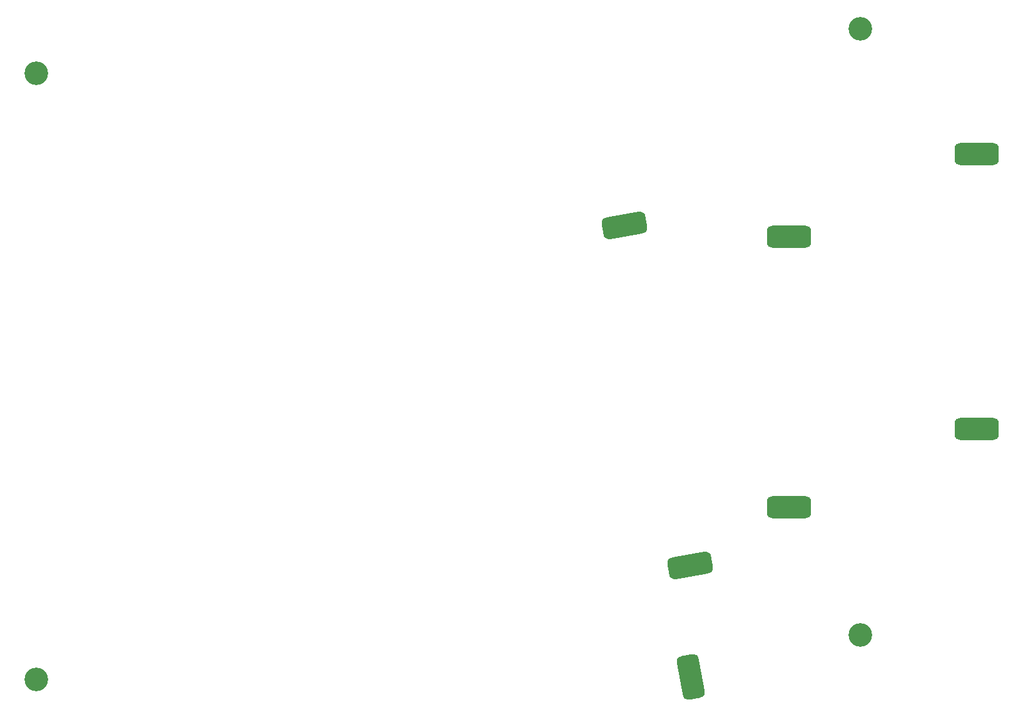
<source format=gbr>
%TF.GenerationSoftware,KiCad,Pcbnew,7.0.7*%
%TF.CreationDate,2023-12-29T22:10:29+01:00*%
%TF.ProjectId,sidePanels,73696465-5061-46e6-956c-732e6b696361,rev?*%
%TF.SameCoordinates,Original*%
%TF.FileFunction,Soldermask,Bot*%
%TF.FilePolarity,Negative*%
%FSLAX46Y46*%
G04 Gerber Fmt 4.6, Leading zero omitted, Abs format (unit mm)*
G04 Created by KiCad (PCBNEW 7.0.7) date 2023-12-29 22:10:29*
%MOMM*%
%LPD*%
G01*
G04 APERTURE LIST*
G04 Aperture macros list*
%AMRoundRect*
0 Rectangle with rounded corners*
0 $1 Rounding radius*
0 $2 $3 $4 $5 $6 $7 $8 $9 X,Y pos of 4 corners*
0 Add a 4 corners polygon primitive as box body*
4,1,4,$2,$3,$4,$5,$6,$7,$8,$9,$2,$3,0*
0 Add four circle primitives for the rounded corners*
1,1,$1+$1,$2,$3*
1,1,$1+$1,$4,$5*
1,1,$1+$1,$6,$7*
1,1,$1+$1,$8,$9*
0 Add four rect primitives between the rounded corners*
20,1,$1+$1,$2,$3,$4,$5,0*
20,1,$1+$1,$4,$5,$6,$7,0*
20,1,$1+$1,$6,$7,$8,$9,0*
20,1,$1+$1,$8,$9,$2,$3,0*%
G04 Aperture macros list end*
%ADD10C,3.200000*%
%ADD11RoundRect,0.750000X2.083607X1.132953X-2.346657X0.343802X-2.083607X-1.132953X2.346657X-0.343802X0*%
%ADD12RoundRect,0.750000X1.151092X-2.073641X0.323311X2.349568X-1.151092X2.073641X-0.323311X-2.349568X0*%
%ADD13RoundRect,0.750000X-2.248688X-0.753926X2.251306X-0.746072X2.248688X0.753926X-2.251306X0.746072X0*%
%ADD14RoundRect,0.750000X2.250000X0.750000X-2.250000X0.750000X-2.250000X-0.750000X2.250000X-0.750000X0*%
G04 APERTURE END LIST*
D10*
%TO.C,REF\u002A\u002A*%
X188604945Y-51360107D03*
%TD*%
D11*
%TO.C,*%
X165597877Y-123941753D03*
%TD*%
D10*
%TO.C,REF\u002A\u002A*%
X77104945Y-139360107D03*
%TD*%
%TO.C,REF\u002A\u002A*%
X77104945Y-57360107D03*
%TD*%
%TO.C,REF\u002A\u002A*%
X188604945Y-133360107D03*
%TD*%
D11*
%TO.C,*%
X156707877Y-77967752D03*
%TD*%
D12*
%TO.C,REF\u002A\u002A*%
X165638309Y-139007667D03*
%TD*%
D13*
%TO.C,*%
X178941318Y-116083416D03*
%TD*%
D14*
%TO.C,REF\u002A\u002A*%
X204372945Y-68336107D03*
%TD*%
D13*
%TO.C,*%
X179004482Y-79507250D03*
%TD*%
D14*
%TO.C,REF\u002A\u002A*%
X204372945Y-105452857D03*
%TD*%
M02*

</source>
